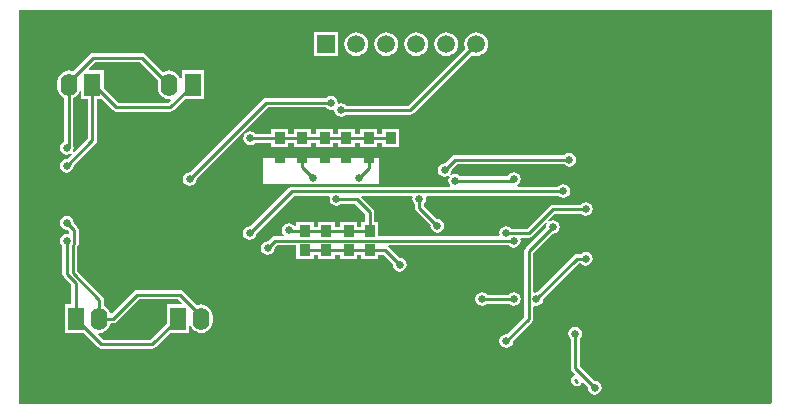
<source format=gbl>
G04*
G04 #@! TF.GenerationSoftware,Altium Limited,Altium Designer,18.1.6 (161)*
G04*
G04 Layer_Physical_Order=2*
G04 Layer_Color=16711680*
%FSLAX25Y25*%
%MOIN*%
G70*
G01*
G75*
%ADD14C,0.01000*%
%ADD46R,0.03740X0.03937*%
%ADD52C,0.05906*%
%ADD53R,0.05906X0.05906*%
%ADD54O,0.05500X0.07500*%
%ADD55R,0.05500X0.07500*%
%ADD56C,0.02500*%
G36*
X613000Y329500D02*
X612500Y329000D01*
X362000D01*
Y460500D01*
X613000D01*
Y329500D01*
D02*
G37*
%LPC*%
G36*
X468453Y452953D02*
X460547D01*
Y445047D01*
X468453D01*
Y452953D01*
D02*
G37*
G36*
X514500Y452987D02*
X513468Y452851D01*
X512507Y452453D01*
X511681Y451819D01*
X511047Y450993D01*
X510649Y450032D01*
X510513Y449000D01*
X510649Y447968D01*
X510841Y447504D01*
X491866Y428529D01*
X471184D01*
X471122Y428622D01*
X470378Y429119D01*
X469500Y429294D01*
X468733Y429141D01*
X468284Y429449D01*
X468294Y429500D01*
X468119Y430378D01*
X467622Y431122D01*
X466878Y431619D01*
X466000Y431794D01*
X465122Y431619D01*
X464378Y431122D01*
X464316Y431029D01*
X444500D01*
X443915Y430913D01*
X443419Y430581D01*
X419109Y406272D01*
X419000Y406294D01*
X418122Y406119D01*
X417378Y405622D01*
X416881Y404878D01*
X416706Y404000D01*
X416881Y403122D01*
X417378Y402378D01*
X418122Y401881D01*
X419000Y401706D01*
X419878Y401881D01*
X420622Y402378D01*
X421119Y403122D01*
X421294Y404000D01*
X421272Y404109D01*
X445133Y427971D01*
X464316D01*
X464378Y427878D01*
X465122Y427381D01*
X466000Y427206D01*
X466768Y427359D01*
X467216Y427051D01*
X467206Y427000D01*
X467381Y426122D01*
X467878Y425378D01*
X468622Y424881D01*
X469500Y424706D01*
X470378Y424881D01*
X471122Y425378D01*
X471184Y425471D01*
X492500D01*
X493085Y425587D01*
X493581Y425919D01*
X513004Y445341D01*
X513468Y445149D01*
X514500Y445013D01*
X515532Y445149D01*
X516493Y445547D01*
X517319Y446181D01*
X517953Y447007D01*
X518351Y447968D01*
X518487Y449000D01*
X518351Y450032D01*
X517953Y450993D01*
X517319Y451819D01*
X516493Y452453D01*
X515532Y452851D01*
X514500Y452987D01*
D02*
G37*
G36*
X504500D02*
X503468Y452851D01*
X502507Y452453D01*
X501681Y451819D01*
X501047Y450993D01*
X500649Y450032D01*
X500513Y449000D01*
X500649Y447968D01*
X501047Y447007D01*
X501681Y446181D01*
X502507Y445547D01*
X503468Y445149D01*
X504500Y445013D01*
X505532Y445149D01*
X506493Y445547D01*
X507319Y446181D01*
X507953Y447007D01*
X508351Y447968D01*
X508487Y449000D01*
X508351Y450032D01*
X507953Y450993D01*
X507319Y451819D01*
X506493Y452453D01*
X505532Y452851D01*
X504500Y452987D01*
D02*
G37*
G36*
X494500D02*
X493468Y452851D01*
X492507Y452453D01*
X491681Y451819D01*
X491047Y450993D01*
X490649Y450032D01*
X490513Y449000D01*
X490649Y447968D01*
X491047Y447007D01*
X491681Y446181D01*
X492507Y445547D01*
X493468Y445149D01*
X494500Y445013D01*
X495532Y445149D01*
X496493Y445547D01*
X497319Y446181D01*
X497953Y447007D01*
X498351Y447968D01*
X498487Y449000D01*
X498351Y450032D01*
X497953Y450993D01*
X497319Y451819D01*
X496493Y452453D01*
X495532Y452851D01*
X494500Y452987D01*
D02*
G37*
G36*
X484500D02*
X483468Y452851D01*
X482507Y452453D01*
X481681Y451819D01*
X481047Y450993D01*
X480649Y450032D01*
X480513Y449000D01*
X480649Y447968D01*
X481047Y447007D01*
X481681Y446181D01*
X482507Y445547D01*
X483468Y445149D01*
X484500Y445013D01*
X485532Y445149D01*
X486493Y445547D01*
X487319Y446181D01*
X487953Y447007D01*
X488351Y447968D01*
X488487Y449000D01*
X488351Y450032D01*
X487953Y450993D01*
X487319Y451819D01*
X486493Y452453D01*
X485532Y452851D01*
X484500Y452987D01*
D02*
G37*
G36*
X474500D02*
X473468Y452851D01*
X472507Y452453D01*
X471681Y451819D01*
X471047Y450993D01*
X470649Y450032D01*
X470513Y449000D01*
X470649Y447968D01*
X471047Y447007D01*
X471681Y446181D01*
X472507Y445547D01*
X473468Y445149D01*
X474500Y445013D01*
X475532Y445149D01*
X476493Y445547D01*
X477319Y446181D01*
X477953Y447007D01*
X478351Y447968D01*
X478487Y449000D01*
X478351Y450032D01*
X477953Y450993D01*
X477319Y451819D01*
X476493Y452453D01*
X475532Y452851D01*
X474500Y452987D01*
D02*
G37*
G36*
X403126Y446029D02*
X386879D01*
X386293Y445913D01*
X385797Y445581D01*
X380145Y439930D01*
X379605Y440154D01*
X378626Y440282D01*
X377647Y440154D01*
X376735Y439776D01*
X375952Y439175D01*
X375350Y438391D01*
X374973Y437479D01*
X374844Y436500D01*
Y434500D01*
X374973Y433521D01*
X375350Y432609D01*
X375952Y431825D01*
X376735Y431224D01*
X377097Y431074D01*
Y416602D01*
X376378Y416122D01*
X375881Y415378D01*
X375706Y414500D01*
X375881Y413622D01*
X376378Y412878D01*
X377122Y412381D01*
X378000Y412206D01*
X378878Y412381D01*
X379278Y412648D01*
X379596Y412259D01*
X378109Y410772D01*
X378000Y410794D01*
X377122Y410619D01*
X376378Y410122D01*
X375881Y409378D01*
X375706Y408500D01*
X375881Y407622D01*
X376378Y406878D01*
X377122Y406381D01*
X378000Y406206D01*
X378878Y406381D01*
X379622Y406878D01*
X380119Y407622D01*
X380294Y408500D01*
X380272Y408609D01*
X387581Y415919D01*
X387913Y416415D01*
X388029Y417000D01*
Y430750D01*
X389587D01*
X393419Y426919D01*
X393915Y426587D01*
X394500Y426471D01*
X412500D01*
X413085Y426587D01*
X413581Y426919D01*
X417413Y430750D01*
X423750D01*
Y440250D01*
X416250D01*
Y437588D01*
X415779Y437479D01*
X415402Y438391D01*
X414801Y439175D01*
X414017Y439776D01*
X413105Y440154D01*
X412126Y440282D01*
X411147Y440154D01*
X410235Y439776D01*
X410109Y439679D01*
X404207Y445581D01*
X403711Y445913D01*
X403126Y446029D01*
D02*
G37*
G36*
X488870Y420618D02*
X483130D01*
Y419179D01*
X481473D01*
Y420618D01*
X475733D01*
Y419179D01*
X473973D01*
Y420618D01*
X468233D01*
Y419179D01*
X466870D01*
Y420618D01*
X461130D01*
Y419179D01*
X459370D01*
Y420618D01*
X453630D01*
Y419179D01*
X451870D01*
Y420618D01*
X446130D01*
Y419179D01*
X440834D01*
X440772Y419272D01*
X440028Y419769D01*
X439150Y419944D01*
X438272Y419769D01*
X437527Y419272D01*
X437030Y418528D01*
X436856Y417650D01*
X437030Y416772D01*
X437527Y416027D01*
X438272Y415530D01*
X439150Y415355D01*
X440028Y415530D01*
X440772Y416027D01*
X440834Y416120D01*
X446130D01*
Y414681D01*
X451870D01*
Y416120D01*
X453630D01*
Y414681D01*
X459370D01*
Y416120D01*
X461130D01*
Y414681D01*
X466870D01*
Y416120D01*
X468233D01*
Y414681D01*
X473973D01*
Y416120D01*
X475733D01*
Y414681D01*
X481473D01*
Y416120D01*
X483130D01*
Y414681D01*
X488870D01*
Y420618D01*
D02*
G37*
G36*
X478603Y412880D02*
X478018Y412763D01*
X477522Y412432D01*
X477190Y411936D01*
X477074Y411350D01*
Y411000D01*
X458029D01*
Y411350D01*
X457913Y411936D01*
X457581Y412432D01*
X457085Y412763D01*
X456500Y412880D01*
X455915Y412763D01*
X455418Y412432D01*
X455087Y411936D01*
X454971Y411350D01*
Y411000D01*
X443500D01*
Y402500D01*
X482000D01*
Y411000D01*
X480133D01*
Y411350D01*
X480016Y411936D01*
X479685Y412432D01*
X479189Y412763D01*
X478603Y412880D01*
D02*
G37*
G36*
X545500Y412794D02*
X544622Y412619D01*
X543878Y412122D01*
X543816Y412029D01*
X507500D01*
X506915Y411913D01*
X506419Y411581D01*
X504109Y409272D01*
X504000Y409294D01*
X503122Y409120D01*
X502378Y408622D01*
X501881Y407878D01*
X501706Y407000D01*
X501881Y406122D01*
X502378Y405378D01*
X503122Y404881D01*
X504000Y404706D01*
X504878Y404881D01*
X505306Y405167D01*
X505667Y404806D01*
X505381Y404378D01*
X505206Y403500D01*
X505381Y402622D01*
X505777Y402029D01*
X505568Y401529D01*
X453000D01*
X452415Y401413D01*
X451919Y401081D01*
X439109Y388272D01*
X439000Y388294D01*
X438122Y388120D01*
X437378Y387622D01*
X436881Y386878D01*
X436706Y386000D01*
X436881Y385122D01*
X437378Y384378D01*
X438122Y383880D01*
X439000Y383706D01*
X439878Y383880D01*
X440622Y384378D01*
X441119Y385122D01*
X441294Y386000D01*
X441272Y386109D01*
X453633Y398471D01*
X465338D01*
X465681Y397971D01*
X465558Y397352D01*
X465733Y396474D01*
X466230Y395730D01*
X466974Y395233D01*
X467852Y395058D01*
X468730Y395233D01*
X469475Y395730D01*
X469536Y395823D01*
X474014D01*
X477471Y392367D01*
Y389618D01*
X476130D01*
Y388179D01*
X474767D01*
Y389618D01*
X469027D01*
Y388179D01*
X467370D01*
Y389618D01*
X461630D01*
Y388179D01*
X460267D01*
Y389618D01*
X454527D01*
Y388179D01*
X453918D01*
X453622Y388622D01*
X452878Y389120D01*
X452000Y389294D01*
X451122Y389120D01*
X450378Y388622D01*
X449881Y387878D01*
X449706Y387000D01*
X449881Y386122D01*
X450277Y385529D01*
X450068Y385029D01*
X447500D01*
X446915Y384913D01*
X446419Y384581D01*
X445109Y383272D01*
X445000Y383294D01*
X444122Y383120D01*
X443378Y382622D01*
X442881Y381878D01*
X442706Y381000D01*
X442881Y380122D01*
X443378Y379378D01*
X444122Y378881D01*
X445000Y378706D01*
X445878Y378881D01*
X446622Y379378D01*
X447119Y380122D01*
X447294Y381000D01*
X447272Y381109D01*
X448134Y381971D01*
X454527D01*
Y377382D01*
X460267D01*
Y378821D01*
X461630D01*
Y377382D01*
X467370D01*
Y378821D01*
X469027D01*
Y377382D01*
X474767D01*
Y378821D01*
X476130D01*
Y377382D01*
X481870D01*
Y378821D01*
X483516D01*
X486728Y375609D01*
X486706Y375500D01*
X486881Y374622D01*
X487378Y373878D01*
X488122Y373380D01*
X489000Y373206D01*
X489878Y373380D01*
X490622Y373878D01*
X491119Y374622D01*
X491294Y375500D01*
X491119Y376378D01*
X490622Y377122D01*
X489878Y377620D01*
X489000Y377794D01*
X488891Y377772D01*
X485231Y381432D01*
X485173Y381471D01*
X485325Y381971D01*
X525316D01*
X525378Y381878D01*
X526122Y381381D01*
X527000Y381206D01*
X527878Y381381D01*
X528622Y381878D01*
X529119Y382622D01*
X529294Y383500D01*
X529201Y383971D01*
X529611Y384471D01*
X532000D01*
X532585Y384587D01*
X533081Y384919D01*
X537759Y389596D01*
X538148Y389278D01*
X537881Y388878D01*
X537706Y388000D01*
X537728Y387891D01*
X530919Y381081D01*
X530587Y380585D01*
X530471Y380000D01*
Y358134D01*
X524609Y352272D01*
X524500Y352294D01*
X523622Y352119D01*
X522878Y351622D01*
X522381Y350878D01*
X522206Y350000D01*
X522381Y349122D01*
X522878Y348378D01*
X523622Y347881D01*
X524500Y347706D01*
X525378Y347881D01*
X526122Y348378D01*
X526619Y349122D01*
X526794Y350000D01*
X526772Y350109D01*
X533081Y356419D01*
X533413Y356915D01*
X533529Y357500D01*
Y361389D01*
X534029Y361800D01*
X534500Y361706D01*
X535378Y361880D01*
X536122Y362378D01*
X536619Y363122D01*
X536794Y364000D01*
X536772Y364109D01*
X548633Y375971D01*
X549316D01*
X549378Y375878D01*
X550122Y375380D01*
X551000Y375206D01*
X551878Y375380D01*
X552622Y375878D01*
X553119Y376622D01*
X553294Y377500D01*
X553119Y378378D01*
X552622Y379122D01*
X551878Y379620D01*
X551000Y379794D01*
X550122Y379620D01*
X549378Y379122D01*
X549316Y379029D01*
X548000D01*
X547415Y378913D01*
X546919Y378581D01*
X534609Y366272D01*
X534500Y366294D01*
X534029Y366200D01*
X533529Y366611D01*
Y379366D01*
X539891Y385728D01*
X540000Y385706D01*
X540878Y385880D01*
X541622Y386378D01*
X542119Y387122D01*
X542294Y388000D01*
X542119Y388878D01*
X541622Y389622D01*
X540878Y390120D01*
X540000Y390294D01*
X539122Y390120D01*
X538722Y389852D01*
X538404Y390241D01*
X540633Y392471D01*
X549316D01*
X549378Y392378D01*
X550122Y391880D01*
X551000Y391706D01*
X551878Y391880D01*
X552622Y392378D01*
X553119Y393122D01*
X553294Y394000D01*
X553119Y394878D01*
X552622Y395622D01*
X551878Y396119D01*
X551000Y396294D01*
X550122Y396119D01*
X549378Y395622D01*
X549316Y395529D01*
X540000D01*
X539415Y395413D01*
X538919Y395081D01*
X531366Y387529D01*
X526184D01*
X526122Y387622D01*
X525378Y388120D01*
X524500Y388294D01*
X523622Y388120D01*
X522878Y387622D01*
X522381Y386878D01*
X522206Y386000D01*
X522299Y385529D01*
X521889Y385029D01*
X481870D01*
Y389618D01*
X480529D01*
Y393000D01*
X480413Y393585D01*
X480081Y394081D01*
X476192Y397971D01*
X476399Y398471D01*
X492889D01*
X493299Y397971D01*
X493206Y397500D01*
X493381Y396622D01*
X493878Y395878D01*
X493971Y395816D01*
Y394500D01*
X494087Y393915D01*
X494419Y393419D01*
X499228Y388609D01*
X499206Y388500D01*
X499381Y387622D01*
X499878Y386878D01*
X500622Y386381D01*
X501500Y386206D01*
X502378Y386381D01*
X503122Y386878D01*
X503619Y387622D01*
X503794Y388500D01*
X503619Y389378D01*
X503122Y390122D01*
X502378Y390619D01*
X501500Y390794D01*
X501391Y390772D01*
X497029Y395133D01*
Y395816D01*
X497122Y395878D01*
X497619Y396622D01*
X497794Y397500D01*
X497701Y397971D01*
X498111Y398471D01*
X541816D01*
X541878Y398378D01*
X542622Y397881D01*
X543500Y397706D01*
X544378Y397881D01*
X545122Y398378D01*
X545619Y399122D01*
X545794Y400000D01*
X545619Y400878D01*
X545122Y401622D01*
X544378Y402119D01*
X543500Y402294D01*
X542622Y402119D01*
X541878Y401622D01*
X541816Y401529D01*
X528252D01*
X528101Y402029D01*
X528622Y402378D01*
X529119Y403122D01*
X529294Y404000D01*
X529119Y404878D01*
X528622Y405622D01*
X527878Y406119D01*
X527000Y406294D01*
X526122Y406119D01*
X525378Y405622D01*
X524982Y405029D01*
X509184D01*
X509122Y405122D01*
X508378Y405619D01*
X507500Y405794D01*
X506622Y405619D01*
X506194Y405333D01*
X505833Y405694D01*
X506119Y406122D01*
X506294Y407000D01*
X506272Y407109D01*
X508134Y408971D01*
X543816D01*
X543878Y408878D01*
X544622Y408381D01*
X545500Y408206D01*
X546378Y408381D01*
X547122Y408878D01*
X547619Y409622D01*
X547794Y410500D01*
X547619Y411378D01*
X547122Y412122D01*
X546378Y412619D01*
X545500Y412794D01*
D02*
G37*
G36*
X378000Y391794D02*
X377122Y391619D01*
X376378Y391122D01*
X375881Y390378D01*
X375706Y389500D01*
X375881Y388622D01*
X376378Y387878D01*
X377122Y387381D01*
X378000Y387206D01*
X378109Y387228D01*
X378777Y386560D01*
X378757Y386041D01*
X378360Y385722D01*
X378000Y385794D01*
X377122Y385619D01*
X376378Y385122D01*
X375881Y384378D01*
X375706Y383500D01*
X375881Y382622D01*
X376378Y381878D01*
X376471Y381816D01*
Y372500D01*
X376587Y371915D01*
X376919Y371419D01*
X379471Y368866D01*
Y362250D01*
X377250D01*
Y352750D01*
X383587D01*
X388419Y347919D01*
X388915Y347587D01*
X389500Y347471D01*
X406500D01*
X407085Y347587D01*
X407581Y347919D01*
X412413Y352750D01*
X418750D01*
Y355412D01*
X419220Y355521D01*
X419598Y354609D01*
X420199Y353825D01*
X420983Y353224D01*
X421895Y352847D01*
X422874Y352718D01*
X423853Y352847D01*
X424765Y353224D01*
X425549Y353825D01*
X426150Y354609D01*
X426528Y355521D01*
X426656Y356500D01*
Y358500D01*
X426528Y359479D01*
X426150Y360391D01*
X425549Y361175D01*
X424765Y361776D01*
X423853Y362154D01*
X422874Y362282D01*
X421895Y362154D01*
X421355Y361930D01*
X416703Y366581D01*
X416207Y366913D01*
X415621Y367029D01*
X401500D01*
X400915Y366913D01*
X400419Y366581D01*
X393065Y359228D01*
X392537Y359407D01*
X392528Y359479D01*
X392150Y360391D01*
X391548Y361175D01*
X390765Y361776D01*
X390403Y361926D01*
Y363747D01*
X390287Y364333D01*
X389955Y364829D01*
X381529Y373255D01*
Y381402D01*
X381531Y381404D01*
X381863Y381900D01*
X381979Y382485D01*
Y387050D01*
X381863Y387635D01*
X381531Y388131D01*
X380272Y389391D01*
X380294Y389500D01*
X380119Y390378D01*
X379622Y391122D01*
X378878Y391619D01*
X378000Y391794D01*
D02*
G37*
G36*
X527000Y366294D02*
X526122Y366120D01*
X525378Y365622D01*
X525316Y365529D01*
X518184D01*
X518122Y365622D01*
X517378Y366120D01*
X516500Y366294D01*
X515622Y366120D01*
X514878Y365622D01*
X514381Y364878D01*
X514206Y364000D01*
X514381Y363122D01*
X514878Y362378D01*
X515622Y361880D01*
X516500Y361706D01*
X517378Y361880D01*
X518122Y362378D01*
X518184Y362471D01*
X525316D01*
X525378Y362378D01*
X526122Y361880D01*
X527000Y361706D01*
X527878Y361880D01*
X528622Y362378D01*
X529119Y363122D01*
X529294Y364000D01*
X529119Y364878D01*
X528622Y365622D01*
X527878Y366120D01*
X527000Y366294D01*
D02*
G37*
G36*
X547500Y354794D02*
X546622Y354620D01*
X545878Y354122D01*
X545381Y353378D01*
X545206Y352500D01*
X545381Y351622D01*
X545878Y350878D01*
X545971Y350816D01*
Y341000D01*
X546087Y340415D01*
X546419Y339919D01*
X547373Y338964D01*
X547209Y338421D01*
X546915Y338363D01*
X546419Y338031D01*
X546087Y337535D01*
X545971Y336950D01*
X546087Y336365D01*
X546419Y335869D01*
X546919Y335369D01*
X547415Y335037D01*
X548000Y334921D01*
X548585Y335037D01*
X549081Y335369D01*
X549413Y335865D01*
X549471Y336159D01*
X550014Y336323D01*
X551728Y334609D01*
X551706Y334500D01*
X551881Y333622D01*
X552378Y332878D01*
X553122Y332381D01*
X554000Y332206D01*
X554878Y332381D01*
X555622Y332878D01*
X556119Y333622D01*
X556294Y334500D01*
X556119Y335378D01*
X555622Y336122D01*
X554878Y336619D01*
X554000Y336794D01*
X553891Y336772D01*
X549029Y341634D01*
Y350816D01*
X549122Y350878D01*
X549619Y351622D01*
X549794Y352500D01*
X549619Y353378D01*
X549122Y354122D01*
X548378Y354620D01*
X547500Y354794D01*
D02*
G37*
%LPD*%
G36*
X408416Y437047D02*
X408344Y436500D01*
Y434500D01*
X408472Y433521D01*
X408850Y432609D01*
X409451Y431825D01*
X410235Y431224D01*
X411147Y430847D01*
X412126Y430718D01*
X412381Y430751D01*
X412615Y430278D01*
X411867Y429529D01*
X395133D01*
X390250Y434413D01*
Y440250D01*
X385445D01*
X385254Y440712D01*
X387512Y442971D01*
X402493D01*
X408416Y437047D01*
D02*
G37*
G36*
X382750Y433412D02*
Y430750D01*
X384971D01*
Y417633D01*
X380241Y412904D01*
X379852Y413222D01*
X380119Y413622D01*
X380294Y414500D01*
X380155Y415197D01*
Y431074D01*
X380517Y431224D01*
X381300Y431825D01*
X381902Y432609D01*
X382279Y433521D01*
X382750Y433412D01*
D02*
G37*
G36*
X416247Y362712D02*
X416055Y362250D01*
X411250D01*
Y355913D01*
X405866Y350529D01*
X390134D01*
X388385Y352278D01*
X388619Y352751D01*
X388874Y352718D01*
X389853Y352847D01*
X390765Y353224D01*
X391548Y353825D01*
X392150Y354609D01*
X392528Y355521D01*
X392587Y355971D01*
X393500D01*
X394085Y356087D01*
X394581Y356419D01*
X402134Y363971D01*
X414988D01*
X416247Y362712D01*
D02*
G37*
D14*
X547500Y341000D02*
X554000Y334500D01*
X547500Y341000D02*
Y352500D01*
Y336950D02*
X548000Y336450D01*
X479000Y380350D02*
X484150D01*
X471897D02*
X479000D01*
X464500D02*
X471897D01*
X457397D02*
X464500D01*
X484150D02*
X489000Y375500D01*
X478603Y417650D02*
X486000D01*
X471103D02*
X478603D01*
X464000D02*
X471103D01*
X456500D02*
X464000D01*
X449000D02*
X456500D01*
X439150D02*
X449000D01*
X447500Y383500D02*
X527000D01*
X471897Y386650D02*
X479000D01*
X524500Y386000D02*
X532000D01*
X495500Y394500D02*
X501500Y388500D01*
X479000Y386650D02*
Y393000D01*
X474648Y397352D02*
X479000Y393000D01*
X445000Y381000D02*
X447500Y383500D01*
X532000Y386000D02*
X540000Y394000D01*
X452000Y387000D02*
X452350Y386650D01*
X492500Y427000D02*
X514500Y449000D01*
X469500Y427000D02*
X492500D01*
X495500Y394500D02*
Y397500D01*
X456500Y408000D02*
X460000Y404500D01*
X456500Y408000D02*
Y411350D01*
X475500Y404500D02*
X478603Y407603D01*
Y411350D01*
X467852Y397352D02*
X474648D01*
X453000Y400000D02*
X543500D01*
X439000Y386000D02*
X453000Y400000D01*
X464500Y386650D02*
X471897D01*
X457397D02*
X464500D01*
X452350D02*
X457397D01*
X516500Y364000D02*
X527000D01*
X526500Y403500D02*
X527000Y404000D01*
X507500Y403500D02*
X526500D01*
X540000Y394000D02*
X551000D01*
X532000Y380000D02*
X540000Y388000D01*
X532000Y357500D02*
Y380000D01*
X524500Y350000D02*
X532000Y357500D01*
X548000Y377500D02*
X551000D01*
X534500Y364000D02*
X548000Y377500D01*
X504000Y407000D02*
X507500Y410500D01*
X545500D01*
X419000Y404000D02*
X444500Y429500D01*
X466000D01*
X378000Y414500D02*
X378626Y415126D01*
Y435500D01*
X378000Y408500D02*
X386500Y417000D01*
Y435500D01*
X412500Y428000D02*
X420000Y435500D01*
X394500Y428000D02*
X412500D01*
X387000Y435500D02*
X394500Y428000D01*
X386500Y435500D02*
X387000D01*
X403126Y444500D02*
X412126Y435500D01*
X386879Y444500D02*
X403126D01*
X378626Y436247D02*
X386879Y444500D01*
X378626Y435500D02*
Y436247D01*
X406500Y349000D02*
X415000Y357500D01*
X389500Y349000D02*
X406500D01*
X381000Y357500D02*
X389500Y349000D01*
X422874Y357500D02*
Y358247D01*
X415621Y365500D02*
X422874Y358247D01*
X401500Y365500D02*
X415621D01*
X393500Y357500D02*
X401500Y365500D01*
X388874Y357500D02*
X393500D01*
X388874D02*
Y363747D01*
X380000Y372621D02*
X388874Y363747D01*
X380000Y372621D02*
Y382035D01*
X380450Y382485D01*
Y387050D01*
X378000Y389500D02*
X380450Y387050D01*
X381000Y357500D02*
Y369500D01*
X378000Y372500D02*
X381000Y369500D01*
X378000Y372500D02*
Y383500D01*
D46*
X479000Y380350D02*
D03*
Y386650D02*
D03*
X471897Y380350D02*
D03*
Y386650D02*
D03*
X464500Y380350D02*
D03*
Y386650D02*
D03*
X457397Y380350D02*
D03*
Y386650D02*
D03*
X449000Y417650D02*
D03*
Y411350D02*
D03*
X456500Y417650D02*
D03*
Y411350D02*
D03*
X464000Y417650D02*
D03*
Y411350D02*
D03*
X471103Y417650D02*
D03*
Y411350D02*
D03*
X478603Y417650D02*
D03*
Y411350D02*
D03*
X486000Y417650D02*
D03*
Y411350D02*
D03*
D52*
X514500Y449000D02*
D03*
X504500D02*
D03*
X494500D02*
D03*
X484500D02*
D03*
X474500D02*
D03*
D53*
X464500D02*
D03*
D54*
X422874Y357500D02*
D03*
X412126Y435500D02*
D03*
X388874Y357500D02*
D03*
X378626Y435500D02*
D03*
D55*
X415000Y357500D02*
D03*
X420000Y435500D02*
D03*
X381000Y357500D02*
D03*
X386500Y435500D02*
D03*
D56*
X554000Y334500D02*
D03*
X547500Y352500D02*
D03*
X439150Y417650D02*
D03*
X489000Y375500D02*
D03*
X527000Y383500D02*
D03*
X524500Y386000D02*
D03*
X501500Y388500D02*
D03*
X452000Y387000D02*
D03*
X495500Y397500D02*
D03*
X469500Y427000D02*
D03*
X457000Y435000D02*
D03*
X470500D02*
D03*
X505000Y429000D02*
D03*
X504500Y359000D02*
D03*
X596500Y422500D02*
D03*
X420000Y389000D02*
D03*
X419000Y414000D02*
D03*
X467852Y397352D02*
D03*
X516500Y364000D02*
D03*
X507500Y403500D02*
D03*
X475500Y404500D02*
D03*
X460000D02*
D03*
X578000Y382000D02*
D03*
X445000Y381000D02*
D03*
X439000Y386000D02*
D03*
X543500Y400000D02*
D03*
X551000Y394000D02*
D03*
Y377500D02*
D03*
X545500Y410500D02*
D03*
X504000Y407000D02*
D03*
X534500Y364000D02*
D03*
X527000Y404000D02*
D03*
Y364000D02*
D03*
X524500Y350000D02*
D03*
X540000Y388000D02*
D03*
X378000Y383500D02*
D03*
Y389500D02*
D03*
Y408500D02*
D03*
Y414500D02*
D03*
X419000Y404000D02*
D03*
X466000Y429500D02*
D03*
M02*

</source>
